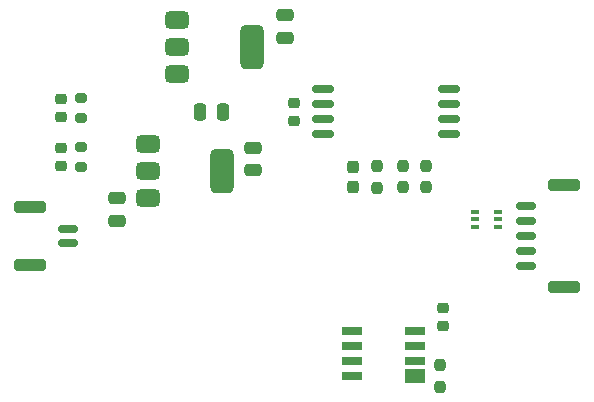
<source format=gtp>
G04 #@! TF.GenerationSoftware,KiCad,Pcbnew,8.0.1*
G04 #@! TF.CreationDate,2024-06-09T19:47:04+05:00*
G04 #@! TF.ProjectId,rocket_project,726f636b-6574-45f7-9072-6f6a6563742e,rev?*
G04 #@! TF.SameCoordinates,Original*
G04 #@! TF.FileFunction,Paste,Top*
G04 #@! TF.FilePolarity,Positive*
%FSLAX46Y46*%
G04 Gerber Fmt 4.6, Leading zero omitted, Abs format (unit mm)*
G04 Created by KiCad (PCBNEW 8.0.1) date 2024-06-09 19:47:04*
%MOMM*%
%LPD*%
G01*
G04 APERTURE LIST*
G04 Aperture macros list*
%AMRoundRect*
0 Rectangle with rounded corners*
0 $1 Rounding radius*
0 $2 $3 $4 $5 $6 $7 $8 $9 X,Y pos of 4 corners*
0 Add a 4 corners polygon primitive as box body*
4,1,4,$2,$3,$4,$5,$6,$7,$8,$9,$2,$3,0*
0 Add four circle primitives for the rounded corners*
1,1,$1+$1,$2,$3*
1,1,$1+$1,$4,$5*
1,1,$1+$1,$6,$7*
1,1,$1+$1,$8,$9*
0 Add four rect primitives between the rounded corners*
20,1,$1+$1,$2,$3,$4,$5,0*
20,1,$1+$1,$4,$5,$6,$7,0*
20,1,$1+$1,$6,$7,$8,$9,0*
20,1,$1+$1,$8,$9,$2,$3,0*%
G04 Aperture macros list end*
%ADD10RoundRect,0.150000X0.700000X-0.150000X0.700000X0.150000X-0.700000X0.150000X-0.700000X-0.150000X0*%
%ADD11RoundRect,0.250000X1.100000X-0.250000X1.100000X0.250000X-1.100000X0.250000X-1.100000X-0.250000X0*%
%ADD12RoundRect,0.250000X-0.475000X0.250000X-0.475000X-0.250000X0.475000X-0.250000X0.475000X0.250000X0*%
%ADD13RoundRect,0.237500X-0.237500X0.250000X-0.237500X-0.250000X0.237500X-0.250000X0.237500X0.250000X0*%
%ADD14RoundRect,0.200000X-0.275000X0.200000X-0.275000X-0.200000X0.275000X-0.200000X0.275000X0.200000X0*%
%ADD15RoundRect,0.225000X-0.250000X0.225000X-0.250000X-0.225000X0.250000X-0.225000X0.250000X0.225000X0*%
%ADD16RoundRect,0.250000X0.475000X-0.250000X0.475000X0.250000X-0.475000X0.250000X-0.475000X-0.250000X0*%
%ADD17RoundRect,0.150000X-0.700000X0.150000X-0.700000X-0.150000X0.700000X-0.150000X0.700000X0.150000X0*%
%ADD18RoundRect,0.250000X-1.100000X0.250000X-1.100000X-0.250000X1.100000X-0.250000X1.100000X0.250000X0*%
%ADD19RoundRect,0.375000X-0.625000X-0.375000X0.625000X-0.375000X0.625000X0.375000X-0.625000X0.375000X0*%
%ADD20RoundRect,0.500000X-0.500000X-1.400000X0.500000X-1.400000X0.500000X1.400000X-0.500000X1.400000X0*%
%ADD21RoundRect,0.237500X0.237500X-0.250000X0.237500X0.250000X-0.237500X0.250000X-0.237500X-0.250000X0*%
%ADD22RoundRect,0.225000X0.250000X-0.225000X0.250000X0.225000X-0.250000X0.225000X-0.250000X-0.225000X0*%
%ADD23R,1.800000X1.200000*%
%ADD24R,1.800000X0.800000*%
%ADD25RoundRect,0.250000X-0.250000X-0.475000X0.250000X-0.475000X0.250000X0.475000X-0.250000X0.475000X0*%
%ADD26RoundRect,0.218750X0.256250X-0.218750X0.256250X0.218750X-0.256250X0.218750X-0.256250X-0.218750X0*%
%ADD27RoundRect,0.100000X-0.225000X-0.100000X0.225000X-0.100000X0.225000X0.100000X-0.225000X0.100000X0*%
%ADD28RoundRect,0.150000X-0.750000X-0.150000X0.750000X-0.150000X0.750000X0.150000X-0.750000X0.150000X0*%
%ADD29RoundRect,0.237500X-0.237500X0.300000X-0.237500X-0.300000X0.237500X-0.300000X0.237500X0.300000X0*%
G04 APERTURE END LIST*
D10*
X176650000Y-97749999D03*
X176650000Y-96500000D03*
X176649999Y-95250000D03*
X176650000Y-94000000D03*
X176650000Y-92750001D03*
D11*
X179850000Y-99600000D03*
X179850000Y-90900000D03*
D12*
X156250000Y-76550001D03*
X156250000Y-78449999D03*
X153500000Y-87800001D03*
X153500000Y-89699999D03*
D13*
X169394998Y-106182500D03*
X169394998Y-108007500D03*
D14*
X139000000Y-87750000D03*
X139000000Y-89400000D03*
D15*
X169600000Y-101320000D03*
X169600000Y-102870000D03*
D16*
X142000000Y-93949999D03*
X142000000Y-92050001D03*
D14*
X139000000Y-83575000D03*
X139000000Y-85225000D03*
D17*
X137850000Y-94625000D03*
X137850000Y-95875000D03*
D18*
X134650000Y-92775000D03*
X134650000Y-97725000D03*
D19*
X144600000Y-87450000D03*
X144600001Y-89750000D03*
D20*
X150899999Y-89750000D03*
D19*
X144600000Y-92050000D03*
D21*
X166200000Y-91112500D03*
X166200000Y-89287500D03*
D22*
X156999999Y-85524998D03*
X156999999Y-83974998D03*
D13*
X168200000Y-89287500D03*
X168200000Y-91112500D03*
D21*
X163999999Y-91162499D03*
X163999999Y-89337499D03*
D23*
X167199999Y-107140000D03*
D24*
X167200000Y-105870000D03*
X167200000Y-104600000D03*
X167199999Y-103330000D03*
X161920001Y-103330000D03*
X161920000Y-104600000D03*
X161920000Y-105870000D03*
X161920001Y-107140000D03*
D25*
X149050001Y-84750000D03*
X150949999Y-84750000D03*
D26*
X137250000Y-85187501D03*
X137250000Y-83612499D03*
D27*
X172350000Y-93200000D03*
X172350000Y-93850000D03*
X172350000Y-94500000D03*
X174250000Y-94500000D03*
X174250000Y-93850000D03*
X174250000Y-93200000D03*
D19*
X147100000Y-76950000D03*
X147100000Y-79250000D03*
D20*
X153400000Y-79250000D03*
D19*
X147100000Y-81550000D03*
D26*
X137249999Y-89362501D03*
X137249999Y-87787499D03*
D28*
X159425000Y-82845000D03*
X159425000Y-84115000D03*
X159425000Y-85385000D03*
X159425000Y-86655000D03*
X170075000Y-86655000D03*
X170075000Y-85385000D03*
X170075000Y-84115000D03*
X170075000Y-82845000D03*
D29*
X161999999Y-89387498D03*
X161999999Y-91112500D03*
M02*

</source>
